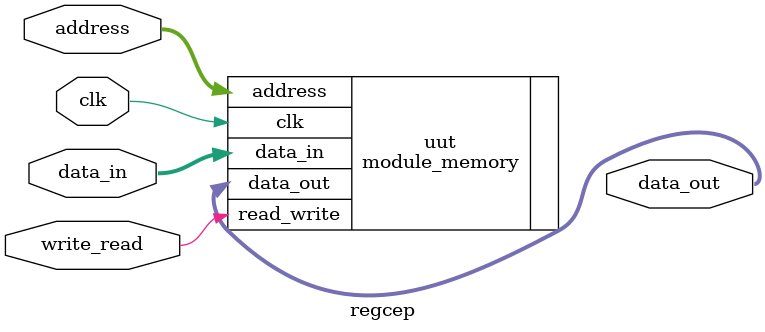
<source format=v>
`define false 1'b 0
`define FALSE 1'b 0
`define true 1'b 1
`define TRUE 1'b 1

`timescale 1 ns / 1 ns // timescale for following modules


module regcep (
   clk,
   write_read,
   address,
   data_in,
   data_out);
 

input   clk; 
input   write_read; 
input   [12:0] address; 
input   [15:0] data_in; 
output   [15:0] data_out; 

wire    [15:0] data_out; 

defparam
      uut.data_length = 16,
      uut.addr_length = 13;
module_memory uut (.clk(clk),
          .read_write(write_read),
          .address(address),
          .data_in(data_in),
          .data_out(data_out));

endmodule // module regcep


</source>
